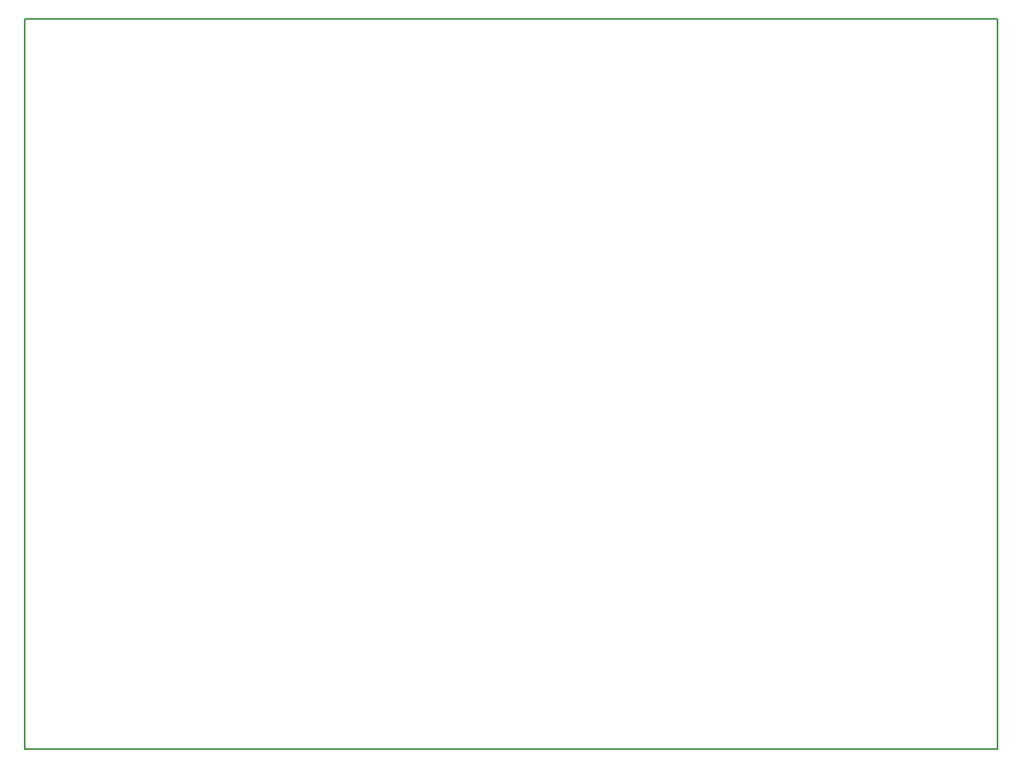
<source format=gbr>
G04 #@! TF.FileFunction,Profile,NP*
%FSLAX46Y46*%
G04 Gerber Fmt 4.6, Leading zero omitted, Abs format (unit mm)*
G04 Created by KiCad (PCBNEW 4.0.6-e0-6349~53~ubuntu16.04.1) date Wed May 10 18:42:03 2017*
%MOMM*%
%LPD*%
G01*
G04 APERTURE LIST*
%ADD10C,0.100000*%
%ADD11C,0.150000*%
G04 APERTURE END LIST*
D10*
D11*
X0Y0D02*
X0Y75057000D01*
X100076000Y0D02*
X0Y0D01*
X100076000Y75057000D02*
X100076000Y0D01*
X0Y75057000D02*
X100076000Y75057000D01*
M02*

</source>
